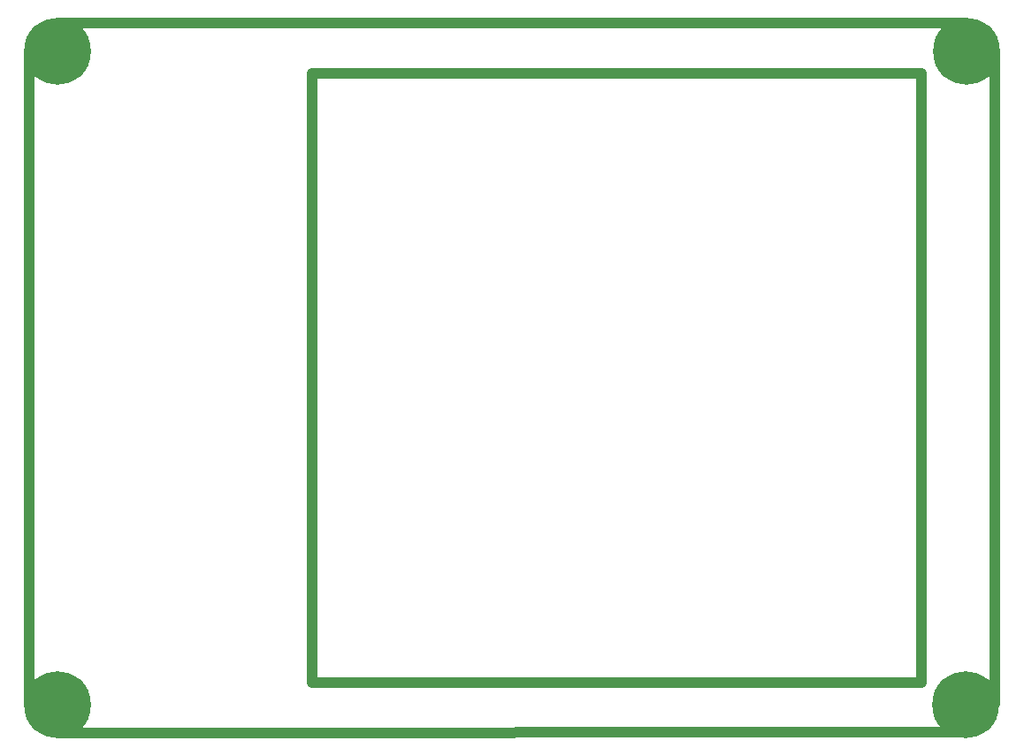
<source format=gts>
G04 #@! TF.GenerationSoftware,KiCad,Pcbnew,(5.1.10-1-10_14)*
G04 #@! TF.CreationDate,2021-09-20T16:01:33+08:00*
G04 #@! TF.ProjectId,SMP top plate v.2 ,534d5020-746f-4702-9070-6c6174652076,rev?*
G04 #@! TF.SameCoordinates,Original*
G04 #@! TF.FileFunction,Soldermask,Top*
G04 #@! TF.FilePolarity,Negative*
%FSLAX46Y46*%
G04 Gerber Fmt 4.6, Leading zero omitted, Abs format (unit mm)*
G04 Created by KiCad (PCBNEW (5.1.10-1-10_14)) date 2021-09-20 16:01:33*
%MOMM*%
%LPD*%
G01*
G04 APERTURE LIST*
%ADD10C,1.000000*%
%ADD11C,6.400000*%
%ADD12C,3.600000*%
G04 APERTURE END LIST*
D10*
X177551080Y-71074280D02*
X119250460Y-71074280D01*
X177550460Y-71074280D02*
X177550460Y-129367280D01*
X177551080Y-129372360D02*
X119249500Y-129368320D01*
X92158820Y-131414520D02*
X92158820Y-69032120D01*
X94919800Y-66255900D02*
X181737000Y-66255900D01*
X184533799Y-131414520D02*
X184533799Y-69032120D01*
X94917260Y-134193280D02*
X181737000Y-134165319D01*
X119249500Y-71074280D02*
X119249500Y-129368320D01*
D11*
X181787255Y-131465320D03*
D12*
X181787255Y-131465320D03*
D11*
X94858819Y-131490720D03*
D12*
X94858819Y-131490720D03*
D11*
X181833800Y-68955920D03*
D12*
X181833800Y-68955920D03*
D11*
X94869000Y-68955920D03*
D12*
X94869000Y-68955920D03*
M02*

</source>
